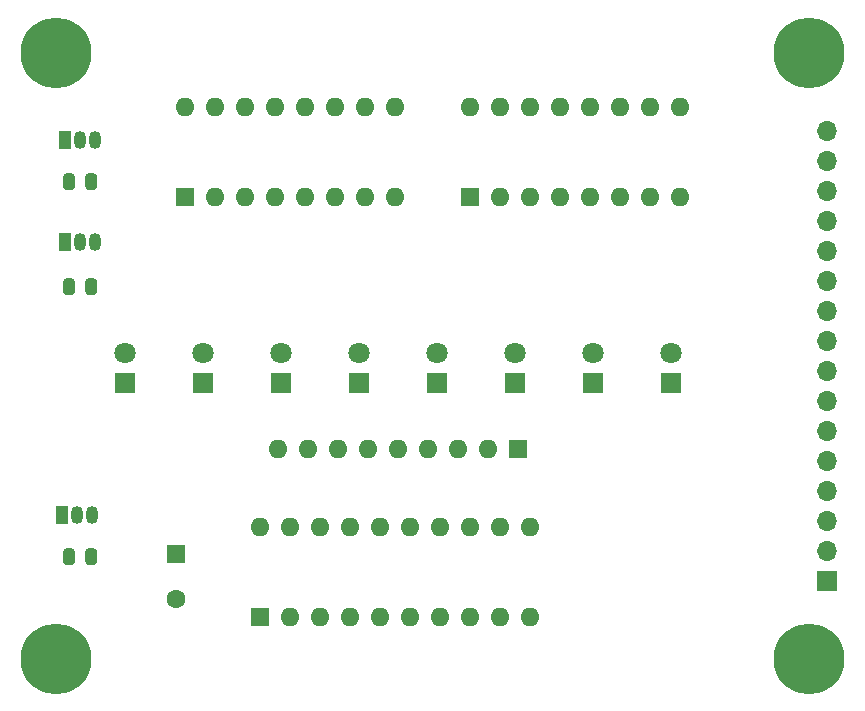
<source format=gbr>
%TF.GenerationSoftware,KiCad,Pcbnew,(5.1.10-1-10_14)*%
%TF.CreationDate,2021-07-27T09:10:44-04:00*%
%TF.ProjectId,COUNTER,434f554e-5445-4522-9e6b-696361645f70,rev?*%
%TF.SameCoordinates,Original*%
%TF.FileFunction,Soldermask,Top*%
%TF.FilePolarity,Negative*%
%FSLAX46Y46*%
G04 Gerber Fmt 4.6, Leading zero omitted, Abs format (unit mm)*
G04 Created by KiCad (PCBNEW (5.1.10-1-10_14)) date 2021-07-27 09:10:44*
%MOMM*%
%LPD*%
G01*
G04 APERTURE LIST*
%ADD10R,1.700000X1.700000*%
%ADD11O,1.700000X1.700000*%
%ADD12C,1.600000*%
%ADD13R,1.600000X1.600000*%
%ADD14R,1.050000X1.500000*%
%ADD15O,1.050000X1.500000*%
%ADD16O,1.600000X1.600000*%
%ADD17C,1.800000*%
%ADD18R,1.800000X1.800000*%
%ADD19C,0.800000*%
%ADD20C,6.000000*%
G04 APERTURE END LIST*
D10*
%TO.C,J22*%
X148145500Y-74104500D03*
D11*
X148145500Y-71564500D03*
X148145500Y-69024500D03*
X148145500Y-66484500D03*
X148145500Y-63944500D03*
X148145500Y-61404500D03*
X148145500Y-58864500D03*
X148145500Y-56324500D03*
X148145500Y-53784500D03*
X148145500Y-51244500D03*
X148145500Y-48704500D03*
X148145500Y-46164500D03*
X148145500Y-43624500D03*
X148145500Y-41084500D03*
X148145500Y-38544500D03*
X148145500Y-36004500D03*
%TD*%
D12*
%TO.C,C10*%
X93027500Y-75618500D03*
D13*
X93027500Y-71818500D03*
%TD*%
%TO.C,R3*%
G36*
G01*
X84449500Y-48756250D02*
X84449500Y-49668750D01*
G75*
G02*
X84205750Y-49912500I-243750J0D01*
G01*
X83718250Y-49912500D01*
G75*
G02*
X83474500Y-49668750I0J243750D01*
G01*
X83474500Y-48756250D01*
G75*
G02*
X83718250Y-48512500I243750J0D01*
G01*
X84205750Y-48512500D01*
G75*
G02*
X84449500Y-48756250I0J-243750D01*
G01*
G37*
G36*
G01*
X86324500Y-48756250D02*
X86324500Y-49668750D01*
G75*
G02*
X86080750Y-49912500I-243750J0D01*
G01*
X85593250Y-49912500D01*
G75*
G02*
X85349500Y-49668750I0J243750D01*
G01*
X85349500Y-48756250D01*
G75*
G02*
X85593250Y-48512500I243750J0D01*
G01*
X86080750Y-48512500D01*
G75*
G02*
X86324500Y-48756250I0J-243750D01*
G01*
G37*
%TD*%
D14*
%TO.C,Q3*%
X83629500Y-45402500D03*
D15*
X86169500Y-45402500D03*
X84899500Y-45402500D03*
%TD*%
%TO.C,R2*%
G36*
G01*
X84449500Y-71616250D02*
X84449500Y-72528750D01*
G75*
G02*
X84205750Y-72772500I-243750J0D01*
G01*
X83718250Y-72772500D01*
G75*
G02*
X83474500Y-72528750I0J243750D01*
G01*
X83474500Y-71616250D01*
G75*
G02*
X83718250Y-71372500I243750J0D01*
G01*
X84205750Y-71372500D01*
G75*
G02*
X84449500Y-71616250I0J-243750D01*
G01*
G37*
G36*
G01*
X86324500Y-71616250D02*
X86324500Y-72528750D01*
G75*
G02*
X86080750Y-72772500I-243750J0D01*
G01*
X85593250Y-72772500D01*
G75*
G02*
X85349500Y-72528750I0J243750D01*
G01*
X85349500Y-71616250D01*
G75*
G02*
X85593250Y-71372500I243750J0D01*
G01*
X86080750Y-71372500D01*
G75*
G02*
X86324500Y-71616250I0J-243750D01*
G01*
G37*
%TD*%
D14*
%TO.C,Q2*%
X83375500Y-68516500D03*
D15*
X85915500Y-68516500D03*
X84645500Y-68516500D03*
%TD*%
%TO.C,R1*%
G36*
G01*
X84449500Y-39866250D02*
X84449500Y-40778750D01*
G75*
G02*
X84205750Y-41022500I-243750J0D01*
G01*
X83718250Y-41022500D01*
G75*
G02*
X83474500Y-40778750I0J243750D01*
G01*
X83474500Y-39866250D01*
G75*
G02*
X83718250Y-39622500I243750J0D01*
G01*
X84205750Y-39622500D01*
G75*
G02*
X84449500Y-39866250I0J-243750D01*
G01*
G37*
G36*
G01*
X86324500Y-39866250D02*
X86324500Y-40778750D01*
G75*
G02*
X86080750Y-41022500I-243750J0D01*
G01*
X85593250Y-41022500D01*
G75*
G02*
X85349500Y-40778750I0J243750D01*
G01*
X85349500Y-39866250D01*
G75*
G02*
X85593250Y-39622500I243750J0D01*
G01*
X86080750Y-39622500D01*
G75*
G02*
X86324500Y-39866250I0J-243750D01*
G01*
G37*
%TD*%
D14*
%TO.C,Q1*%
X83629500Y-36766500D03*
D15*
X86169500Y-36766500D03*
X84899500Y-36766500D03*
%TD*%
D16*
%TO.C,RN1*%
X101663500Y-62928500D03*
X104203500Y-62928500D03*
X106743500Y-62928500D03*
X109283500Y-62928500D03*
X111823500Y-62928500D03*
X114363500Y-62928500D03*
X116903500Y-62928500D03*
X119443500Y-62928500D03*
D13*
X121983500Y-62928500D03*
%TD*%
D17*
%TO.C,D8*%
X134937500Y-54800500D03*
D18*
X134937500Y-57340500D03*
%TD*%
D17*
%TO.C,D7*%
X128333500Y-54800500D03*
D18*
X128333500Y-57340500D03*
%TD*%
D17*
%TO.C,D6*%
X121729500Y-54800500D03*
D18*
X121729500Y-57340500D03*
%TD*%
D17*
%TO.C,D5*%
X115125500Y-54800500D03*
D18*
X115125500Y-57340500D03*
%TD*%
D17*
%TO.C,D4*%
X108521500Y-54800500D03*
D18*
X108521500Y-57340500D03*
%TD*%
D17*
%TO.C,D3*%
X101917500Y-54800500D03*
D18*
X101917500Y-57340500D03*
%TD*%
D17*
%TO.C,D2*%
X95313500Y-54800500D03*
D18*
X95313500Y-57340500D03*
%TD*%
D17*
%TO.C,D1*%
X88709500Y-54800500D03*
D18*
X88709500Y-57340500D03*
%TD*%
D19*
%TO.C,REF\u002A\u002A*%
X84458490Y-79117510D03*
X82867500Y-78458500D03*
X81276510Y-79117510D03*
X80617500Y-80708500D03*
X81276510Y-82299490D03*
X82867500Y-82958500D03*
X84458490Y-82299490D03*
X85117500Y-80708500D03*
D20*
X82867500Y-80708500D03*
%TD*%
%TO.C,REF\u002A\u002A*%
X82867500Y-29400500D03*
D19*
X85117500Y-29400500D03*
X84458490Y-30991490D03*
X82867500Y-31650500D03*
X81276510Y-30991490D03*
X80617500Y-29400500D03*
X81276510Y-27809510D03*
X82867500Y-27150500D03*
X84458490Y-27809510D03*
%TD*%
D20*
%TO.C,REF\u002A\u002A*%
X146621500Y-80708500D03*
D19*
X148871500Y-80708500D03*
X148212490Y-82299490D03*
X146621500Y-82958500D03*
X145030510Y-82299490D03*
X144371500Y-80708500D03*
X145030510Y-79117510D03*
X146621500Y-78458500D03*
X148212490Y-79117510D03*
%TD*%
%TO.C,REF\u002A\u002A*%
X148212490Y-27809510D03*
X146621500Y-27150500D03*
X145030510Y-27809510D03*
X144371500Y-29400500D03*
X145030510Y-30991490D03*
X146621500Y-31650500D03*
X148212490Y-30991490D03*
X148871500Y-29400500D03*
D20*
X146621500Y-29400500D03*
%TD*%
D16*
%TO.C,U14*%
X93789500Y-33972500D03*
X111569500Y-41592500D03*
X96329500Y-33972500D03*
X109029500Y-41592500D03*
X98869500Y-33972500D03*
X106489500Y-41592500D03*
X101409500Y-33972500D03*
X103949500Y-41592500D03*
X103949500Y-33972500D03*
X101409500Y-41592500D03*
X106489500Y-33972500D03*
X98869500Y-41592500D03*
X109029500Y-33972500D03*
X96329500Y-41592500D03*
X111569500Y-33972500D03*
D13*
X93789500Y-41592500D03*
%TD*%
D16*
%TO.C,U47*%
X100139500Y-69532500D03*
X122999500Y-77152500D03*
X102679500Y-69532500D03*
X120459500Y-77152500D03*
X105219500Y-69532500D03*
X117919500Y-77152500D03*
X107759500Y-69532500D03*
X115379500Y-77152500D03*
X110299500Y-69532500D03*
X112839500Y-77152500D03*
X112839500Y-69532500D03*
X110299500Y-77152500D03*
X115379500Y-69532500D03*
X107759500Y-77152500D03*
X117919500Y-69532500D03*
X105219500Y-77152500D03*
X120459500Y-69532500D03*
X102679500Y-77152500D03*
X122999500Y-69532500D03*
D13*
X100139500Y-77152500D03*
%TD*%
D16*
%TO.C,U12*%
X117919500Y-33972500D03*
X135699500Y-41592500D03*
X120459500Y-33972500D03*
X133159500Y-41592500D03*
X122999500Y-33972500D03*
X130619500Y-41592500D03*
X125539500Y-33972500D03*
X128079500Y-41592500D03*
X128079500Y-33972500D03*
X125539500Y-41592500D03*
X130619500Y-33972500D03*
X122999500Y-41592500D03*
X133159500Y-33972500D03*
X120459500Y-41592500D03*
X135699500Y-33972500D03*
D13*
X117919500Y-41592500D03*
%TD*%
M02*

</source>
